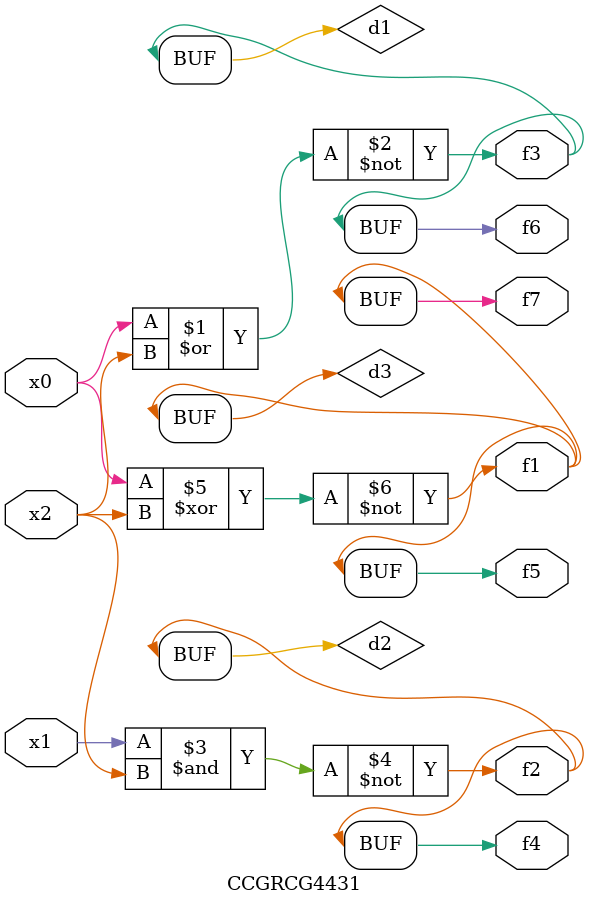
<source format=v>
module CCGRCG4431(
	input x0, x1, x2,
	output f1, f2, f3, f4, f5, f6, f7
);

	wire d1, d2, d3;

	nor (d1, x0, x2);
	nand (d2, x1, x2);
	xnor (d3, x0, x2);
	assign f1 = d3;
	assign f2 = d2;
	assign f3 = d1;
	assign f4 = d2;
	assign f5 = d3;
	assign f6 = d1;
	assign f7 = d3;
endmodule

</source>
